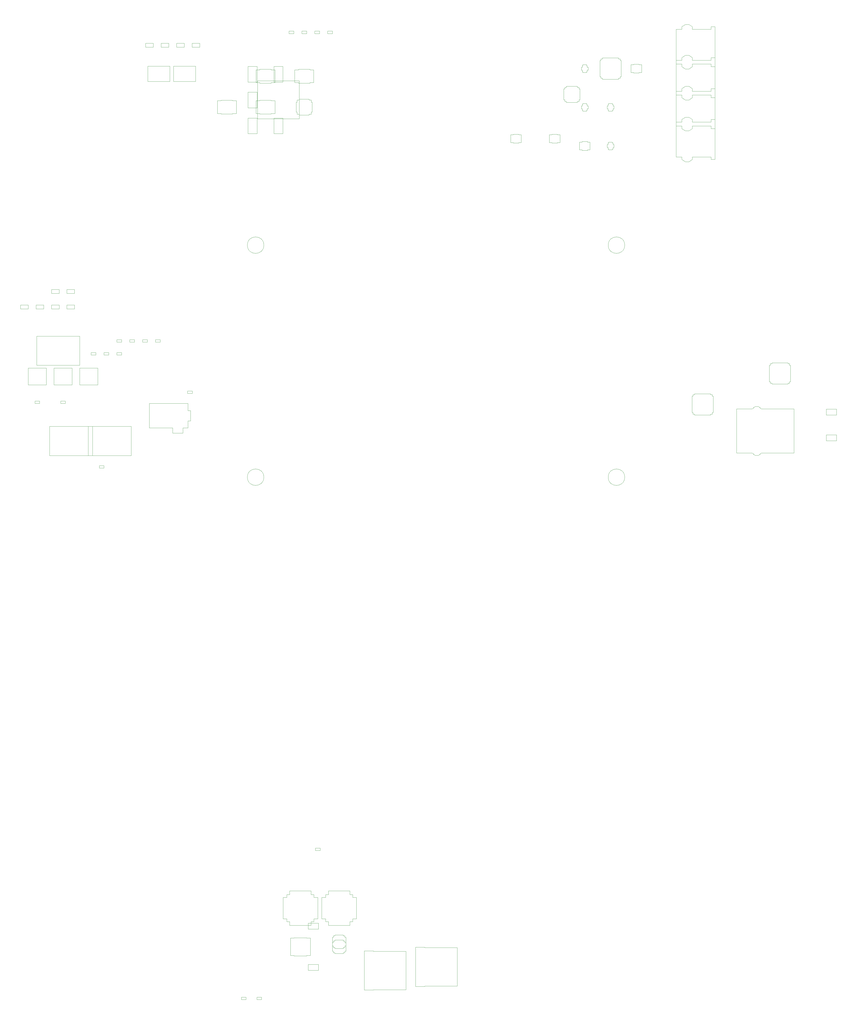
<source format=gbr>
%TF.GenerationSoftware,KiCad,Pcbnew,9.0.6*%
%TF.CreationDate,2025-12-01T13:51:19+09:00*%
%TF.ProjectId,fcBoard,6663426f-6172-4642-9e6b-696361645f70,0.2*%
%TF.SameCoordinates,Original*%
%TF.FileFunction,Other,User*%
%FSLAX46Y46*%
G04 Gerber Fmt 4.6, Leading zero omitted, Abs format (unit mm)*
G04 Created by KiCad (PCBNEW 9.0.6) date 2025-12-01 13:51:19*
%MOMM*%
%LPD*%
G01*
G04 APERTURE LIST*
%ADD10C,0.050000*%
G04 APERTURE END LIST*
D10*
%TO.C,D16*%
X31775000Y-128215000D02*
X34735000Y-128215000D01*
X31775000Y-129675000D02*
X31775000Y-128215000D01*
X34735000Y-128215000D02*
X34735000Y-129675000D01*
X34735000Y-129675000D02*
X31775000Y-129675000D01*
%TO.C,U42*%
X118520000Y-373760000D02*
X119920000Y-373760000D01*
X118520000Y-380520000D02*
X118520000Y-373760000D01*
X119920000Y-373640000D02*
X124820000Y-373640000D01*
X119920000Y-373760000D02*
X119920000Y-373640000D01*
X119920000Y-380520000D02*
X118520000Y-380520000D01*
X119920000Y-380640000D02*
X119920000Y-380520000D01*
X124820000Y-373640000D02*
X124820000Y-373760000D01*
X124820000Y-373760000D02*
X126220000Y-373760000D01*
X124820000Y-380520000D02*
X124820000Y-380640000D01*
X124820000Y-380640000D02*
X119920000Y-380640000D01*
X126220000Y-373760000D02*
X126220000Y-380520000D01*
X126220000Y-380520000D02*
X124820000Y-380520000D01*
%TO.C,J6*%
X291560000Y-168530000D02*
X297690000Y-168530000D01*
X291560000Y-185570000D02*
X291560000Y-168530000D01*
X291560000Y-185570000D02*
X297690000Y-185570000D01*
X298670000Y-167550000D02*
X297690000Y-168530000D01*
X298670000Y-186550000D02*
X297690000Y-185570000D01*
X298670000Y-186550000D02*
X300150000Y-186550000D01*
X300150000Y-167550000D02*
X298670000Y-167550000D01*
X300150000Y-167550000D02*
X301130000Y-168530000D01*
X300150000Y-186550000D02*
X301130000Y-185570000D01*
X301130000Y-168530000D02*
X313860000Y-168530000D01*
X301130000Y-185570000D02*
X313860000Y-185570000D01*
X313860000Y-185570000D02*
X313860000Y-168530000D01*
%TO.C,J7*%
X102055000Y-35675000D02*
X102055000Y-41765000D01*
X102055000Y-41765000D02*
X105595000Y-41765000D01*
X105595000Y-35675000D02*
X102055000Y-35675000D01*
X105595000Y-41765000D02*
X105595000Y-35675000D01*
%TO.C,U1*%
X224540000Y-44380000D02*
X224920000Y-44380000D01*
X224540000Y-48640000D02*
X224540000Y-44380000D01*
X224920000Y-43760000D02*
X225540000Y-43760000D01*
X224920000Y-44380000D02*
X224920000Y-43760000D01*
X224920000Y-48640000D02*
X224540000Y-48640000D01*
X224920000Y-49260000D02*
X224920000Y-48640000D01*
X225540000Y-43380000D02*
X229800000Y-43380000D01*
X225540000Y-43760000D02*
X225540000Y-43380000D01*
X225540000Y-49260000D02*
X224920000Y-49260000D01*
X225540000Y-49640000D02*
X225540000Y-49260000D01*
X229800000Y-43380000D02*
X229800000Y-43760000D01*
X229800000Y-43760000D02*
X230420000Y-43760000D01*
X229800000Y-49260000D02*
X229800000Y-49640000D01*
X229800000Y-49640000D02*
X225540000Y-49640000D01*
X230420000Y-43760000D02*
X230420000Y-44380000D01*
X230420000Y-44380000D02*
X230800000Y-44380000D01*
X230420000Y-48640000D02*
X230420000Y-49260000D01*
X230420000Y-49260000D02*
X229800000Y-49260000D01*
X230800000Y-44380000D02*
X230800000Y-48640000D01*
X230800000Y-48640000D02*
X230420000Y-48640000D01*
%TO.C,U43*%
X130670000Y-357990000D02*
X132120000Y-357990000D01*
X130670000Y-366290000D02*
X130670000Y-357990000D01*
X132120000Y-356890000D02*
X133220000Y-356890000D01*
X132120000Y-357990000D02*
X132120000Y-356890000D01*
X132120000Y-366290000D02*
X130670000Y-366290000D01*
X132120000Y-367390000D02*
X132120000Y-366290000D01*
X133220000Y-355440000D02*
X141520000Y-355440000D01*
X133220000Y-356890000D02*
X133220000Y-355440000D01*
X133220000Y-367390000D02*
X132120000Y-367390000D01*
X133220000Y-368840000D02*
X133220000Y-367390000D01*
X141520000Y-355440000D02*
X141520000Y-356890000D01*
X141520000Y-356890000D02*
X142620000Y-356890000D01*
X141520000Y-367390000D02*
X141520000Y-368840000D01*
X141520000Y-368840000D02*
X133220000Y-368840000D01*
X142620000Y-356890000D02*
X142620000Y-357990000D01*
X142620000Y-357990000D02*
X144070000Y-357990000D01*
X142620000Y-366290000D02*
X142620000Y-367390000D01*
X142620000Y-367390000D02*
X141520000Y-367390000D01*
X144070000Y-357990000D02*
X144070000Y-366290000D01*
X144070000Y-366290000D02*
X142620000Y-366290000D01*
%TO.C,Y10*%
X125370000Y-383990000D02*
X125370000Y-386290000D01*
X125370000Y-383990000D02*
X129370000Y-383990000D01*
X125370000Y-386290000D02*
X129370000Y-386290000D01*
X129370000Y-383990000D02*
X129370000Y-386290000D01*
%TO.C,Y9*%
X125370000Y-367990000D02*
X125370000Y-370290000D01*
X125370000Y-367990000D02*
X129370000Y-367990000D01*
X125370000Y-370290000D02*
X129370000Y-370290000D01*
X129370000Y-367990000D02*
X129370000Y-370290000D01*
%TO.C,U8*%
X250620000Y-35010000D02*
X251620000Y-35010000D01*
X250620000Y-38010000D02*
X250620000Y-35010000D01*
X251620000Y-34810000D02*
X253720000Y-34810000D01*
X251620000Y-35010000D02*
X251620000Y-34810000D01*
X251620000Y-38010000D02*
X250620000Y-38010000D01*
X251620000Y-38210000D02*
X251620000Y-38010000D01*
X253720000Y-34810000D02*
X253720000Y-35010000D01*
X253720000Y-35010000D02*
X254720000Y-35010000D01*
X253720000Y-38010000D02*
X253720000Y-38210000D01*
X253720000Y-38210000D02*
X251620000Y-38210000D01*
X254720000Y-35010000D02*
X254720000Y-38010000D01*
X254720000Y-38010000D02*
X253720000Y-38010000D01*
%TO.C,R4*%
X132895000Y-21975000D02*
X134755000Y-21975000D01*
X132895000Y-22915000D02*
X132895000Y-21975000D01*
X134755000Y-21975000D02*
X134755000Y-22915000D01*
X134755000Y-22915000D02*
X132895000Y-22915000D01*
%TO.C,Y2*%
X326400000Y-178590000D02*
X326400000Y-180890000D01*
X326400000Y-178590000D02*
X330400000Y-178590000D01*
X326400000Y-180890000D02*
X330400000Y-180890000D01*
X330400000Y-178590000D02*
X330400000Y-180890000D01*
%TO.C,R20*%
X46125000Y-146645000D02*
X47985000Y-146645000D01*
X46125000Y-147585000D02*
X46125000Y-146645000D01*
X47985000Y-146645000D02*
X47985000Y-147585000D01*
X47985000Y-147585000D02*
X46125000Y-147585000D01*
%TO.C,R3*%
X127895000Y-21975000D02*
X129755000Y-21975000D01*
X127895000Y-22915000D02*
X127895000Y-21975000D01*
X129755000Y-21975000D02*
X129755000Y-22915000D01*
X129755000Y-22915000D02*
X127895000Y-22915000D01*
%TO.C,R2*%
X122895000Y-21975000D02*
X124755000Y-21975000D01*
X122895000Y-22915000D02*
X122895000Y-21975000D01*
X124755000Y-21975000D02*
X124755000Y-22915000D01*
X124755000Y-22915000D02*
X122895000Y-22915000D01*
%TO.C,J16*%
X63770000Y-175900000D02*
X63770000Y-166400000D01*
X72770000Y-175900000D02*
X63770000Y-175900000D01*
X72770000Y-177900000D02*
X72770000Y-175900000D01*
X76770000Y-175900000D02*
X76770000Y-177900000D01*
X76770000Y-177900000D02*
X72770000Y-177900000D01*
X78770000Y-166400000D02*
X63770000Y-166400000D01*
X78770000Y-166650000D02*
X78770000Y-166400000D01*
X78770000Y-166650000D02*
X78770000Y-169150000D01*
X78770000Y-169150000D02*
X79770000Y-169150000D01*
X78770000Y-173150000D02*
X78770000Y-175900000D01*
X78770000Y-175900000D02*
X76770000Y-175900000D01*
X79770000Y-169150000D02*
X79770000Y-173150000D01*
X79770000Y-173150000D02*
X78770000Y-173150000D01*
%TO.C,U26*%
X20055000Y-140295000D02*
X36705000Y-140295000D01*
X36705000Y-151595000D01*
X20055000Y-151595000D01*
X20055000Y-140295000D01*
%TO.C,R1*%
X117895000Y-21975000D02*
X119755000Y-21975000D01*
X117895000Y-22915000D02*
X117895000Y-21975000D01*
X119755000Y-21975000D02*
X119755000Y-22915000D01*
X119755000Y-22915000D02*
X117895000Y-22915000D01*
%TO.C,Y1*%
X326400000Y-168590000D02*
X326400000Y-170890000D01*
X326400000Y-168590000D02*
X330400000Y-168590000D01*
X326400000Y-170890000D02*
X330400000Y-170890000D01*
X330400000Y-168590000D02*
X330400000Y-170890000D01*
%TO.C,J10*%
X112055000Y-35675000D02*
X112055000Y-41765000D01*
X112055000Y-41765000D02*
X115595000Y-41765000D01*
X115595000Y-35675000D02*
X112055000Y-35675000D01*
X115595000Y-41765000D02*
X115595000Y-35675000D01*
%TO.C,J12*%
X112055000Y-55675000D02*
X112055000Y-61765000D01*
X112055000Y-61765000D02*
X115595000Y-61765000D01*
X115595000Y-55675000D02*
X112055000Y-55675000D01*
X115595000Y-61765000D02*
X115595000Y-55675000D01*
%TO.C,L6*%
X36755000Y-152695000D02*
X36755000Y-159195000D01*
X36755000Y-159195000D02*
X43755000Y-159195000D01*
X43755000Y-152695000D02*
X36755000Y-152695000D01*
X43755000Y-159195000D02*
X43755000Y-152695000D01*
%TO.C,D12*%
X31775000Y-122215000D02*
X34735000Y-122215000D01*
X31775000Y-123675000D02*
X31775000Y-122215000D01*
X34735000Y-122215000D02*
X34735000Y-123675000D01*
X34735000Y-123675000D02*
X31775000Y-123675000D01*
%TO.C,U13*%
X105125000Y-36985000D02*
X106625000Y-36985000D01*
X105125000Y-41905000D02*
X105125000Y-36985000D01*
X106625000Y-36745000D02*
X111025000Y-36745000D01*
X106625000Y-36985000D02*
X106625000Y-36745000D01*
X106625000Y-41905000D02*
X105125000Y-41905000D01*
X106625000Y-42145000D02*
X106625000Y-41905000D01*
X111025000Y-36745000D02*
X111025000Y-36985000D01*
X111025000Y-36985000D02*
X112525000Y-36985000D01*
X111025000Y-41905000D02*
X111025000Y-42145000D01*
X111025000Y-42145000D02*
X106625000Y-42145000D01*
X112525000Y-36985000D02*
X112525000Y-41905000D01*
X112525000Y-41905000D02*
X111025000Y-41905000D01*
%TO.C,U9*%
X203952500Y-62180000D02*
X204952500Y-62180000D01*
X203952500Y-65180000D02*
X203952500Y-62180000D01*
X204952500Y-61980000D02*
X207052500Y-61980000D01*
X204952500Y-62180000D02*
X204952500Y-61980000D01*
X204952500Y-65180000D02*
X203952500Y-65180000D01*
X204952500Y-65380000D02*
X204952500Y-65180000D01*
X207052500Y-61980000D02*
X207052500Y-62180000D01*
X207052500Y-62180000D02*
X208052500Y-62180000D01*
X207052500Y-65180000D02*
X207052500Y-65380000D01*
X207052500Y-65380000D02*
X204952500Y-65380000D01*
X208052500Y-62180000D02*
X208052500Y-65180000D01*
X208052500Y-65180000D02*
X207052500Y-65180000D01*
%TO.C,L5*%
X26755000Y-152695000D02*
X26755000Y-159195000D01*
X26755000Y-159195000D02*
X33755000Y-159195000D01*
X33755000Y-152695000D02*
X26755000Y-152695000D01*
X33755000Y-159195000D02*
X33755000Y-152695000D01*
%TO.C,D11*%
X25775000Y-122215000D02*
X28735000Y-122215000D01*
X25775000Y-123675000D02*
X25775000Y-122215000D01*
X28735000Y-122215000D02*
X28735000Y-123675000D01*
X28735000Y-123675000D02*
X25775000Y-123675000D01*
%TO.C,J4*%
X268160000Y-57260000D02*
X268160000Y-70760000D01*
X270360000Y-57260000D02*
X268160000Y-57260000D01*
X270360000Y-57260000D02*
X270360000Y-56260000D01*
X270360000Y-70760000D02*
X268160000Y-70760000D01*
X270360000Y-70760000D02*
X270360000Y-71760000D01*
X271660000Y-55360000D02*
X270360000Y-56260000D01*
X271660000Y-55360000D02*
X273110000Y-55360000D01*
X271660000Y-72660000D02*
X270360000Y-71760000D01*
X273110000Y-55360000D02*
X274410000Y-56260000D01*
X273110000Y-72660000D02*
X271660000Y-72660000D01*
X273110000Y-72660000D02*
X274410000Y-71760000D01*
X274410000Y-57260000D02*
X274410000Y-56260000D01*
X274410000Y-70760000D02*
X274410000Y-71760000D01*
X274410000Y-70760000D02*
X281660000Y-70760000D01*
X281660000Y-56260000D02*
X281660000Y-57260000D01*
X281660000Y-57260000D02*
X274410000Y-57260000D01*
X281660000Y-70760000D02*
X281660000Y-71760000D01*
X281660000Y-71760000D02*
X283160000Y-71760000D01*
X283160000Y-56260000D02*
X281660000Y-56260000D01*
X283160000Y-71760000D02*
X283160000Y-56260000D01*
%TO.C,C37*%
X105460000Y-396680000D02*
X107280000Y-396680000D01*
X105460000Y-397600000D02*
X105460000Y-396680000D01*
X107280000Y-396680000D02*
X107280000Y-397600000D01*
X107280000Y-397600000D02*
X105460000Y-397600000D01*
%TO.C,C23*%
X44345000Y-190485000D02*
X46165000Y-190485000D01*
X44345000Y-191405000D02*
X44345000Y-190485000D01*
X46165000Y-190485000D02*
X46165000Y-191405000D01*
X46165000Y-191405000D02*
X44345000Y-191405000D01*
%TO.C,U28*%
X40055000Y-175295000D02*
X56705000Y-175295000D01*
X56705000Y-186595000D01*
X40055000Y-186595000D01*
X40055000Y-175295000D01*
%TO.C,MH2*%
X248200000Y-105000000D02*
G75*
G02*
X241800000Y-105000000I-3200000J0D01*
G01*
X241800000Y-105000000D02*
G75*
G02*
X248200000Y-105000000I3200000J0D01*
G01*
%TO.C,U11*%
X304270000Y-151610000D02*
X304650000Y-151610000D01*
X304270000Y-157870000D02*
X304270000Y-151610000D01*
X304650000Y-150990000D02*
X305270000Y-150990000D01*
X304650000Y-151610000D02*
X304650000Y-150990000D01*
X304650000Y-157870000D02*
X304270000Y-157870000D01*
X304650000Y-158490000D02*
X304650000Y-157870000D01*
X305270000Y-150610000D02*
X311530000Y-150610000D01*
X305270000Y-150990000D02*
X305270000Y-150610000D01*
X305270000Y-158490000D02*
X304650000Y-158490000D01*
X305270000Y-158870000D02*
X305270000Y-158490000D01*
X311530000Y-150610000D02*
X311530000Y-150990000D01*
X311530000Y-150990000D02*
X312150000Y-150990000D01*
X311530000Y-158490000D02*
X311530000Y-158870000D01*
X311530000Y-158870000D02*
X305270000Y-158870000D01*
X312150000Y-150990000D02*
X312150000Y-151610000D01*
X312150000Y-151610000D02*
X312530000Y-151610000D01*
X312150000Y-157870000D02*
X312150000Y-158490000D01*
X312150000Y-158490000D02*
X311530000Y-158490000D01*
X312530000Y-151610000D02*
X312530000Y-157870000D01*
X312530000Y-157870000D02*
X312150000Y-157870000D01*
%TO.C,R17*%
X61125000Y-141645000D02*
X62985000Y-141645000D01*
X61125000Y-142585000D02*
X61125000Y-141645000D01*
X62985000Y-141645000D02*
X62985000Y-142585000D01*
X62985000Y-142585000D02*
X61125000Y-142585000D01*
%TO.C,U17*%
X120725000Y-49565000D02*
X121075000Y-49565000D01*
X120725000Y-53325000D02*
X120725000Y-49565000D01*
X121075000Y-48695000D02*
X121945000Y-48695000D01*
X121075000Y-49565000D02*
X121075000Y-48695000D01*
X121075000Y-53325000D02*
X120725000Y-53325000D01*
X121075000Y-54195000D02*
X121075000Y-53325000D01*
X121945000Y-48345000D02*
X125705000Y-48345000D01*
X121945000Y-48695000D02*
X121945000Y-48345000D01*
X121945000Y-54195000D02*
X121075000Y-54195000D01*
X121945000Y-54545000D02*
X121945000Y-54195000D01*
X125705000Y-48345000D02*
X125705000Y-48695000D01*
X125705000Y-48695000D02*
X126575000Y-48695000D01*
X125705000Y-54195000D02*
X125705000Y-54545000D01*
X125705000Y-54545000D02*
X121945000Y-54545000D01*
X126575000Y-48695000D02*
X126575000Y-49565000D01*
X126575000Y-49565000D02*
X126925000Y-49565000D01*
X126575000Y-53325000D02*
X126575000Y-54195000D01*
X126575000Y-54195000D02*
X125705000Y-54195000D01*
X126925000Y-49565000D02*
X126925000Y-53325000D01*
X126925000Y-53325000D02*
X126575000Y-53325000D01*
%TO.C,R16*%
X56125000Y-141645000D02*
X57985000Y-141645000D01*
X56125000Y-142585000D02*
X56125000Y-141645000D01*
X57985000Y-141645000D02*
X57985000Y-142585000D01*
X57985000Y-142585000D02*
X56125000Y-142585000D01*
%TO.C,U7*%
X230620000Y-65010000D02*
X231620000Y-65010000D01*
X230620000Y-68010000D02*
X230620000Y-65010000D01*
X231620000Y-64810000D02*
X233720000Y-64810000D01*
X231620000Y-65010000D02*
X231620000Y-64810000D01*
X231620000Y-68010000D02*
X230620000Y-68010000D01*
X231620000Y-68210000D02*
X231620000Y-68010000D01*
X233720000Y-64810000D02*
X233720000Y-65010000D01*
X233720000Y-65010000D02*
X234720000Y-65010000D01*
X233720000Y-68010000D02*
X233720000Y-68210000D01*
X233720000Y-68210000D02*
X231620000Y-68210000D01*
X234720000Y-65010000D02*
X234720000Y-68010000D01*
X234720000Y-68010000D02*
X233720000Y-68010000D01*
%TO.C,D3*%
X74345000Y-26715000D02*
X77305000Y-26715000D01*
X74345000Y-28175000D02*
X74345000Y-26715000D01*
X77305000Y-26715000D02*
X77305000Y-28175000D01*
X77305000Y-28175000D02*
X74345000Y-28175000D01*
%TO.C,U12*%
X274270000Y-163610000D02*
X274650000Y-163610000D01*
X274270000Y-169870000D02*
X274270000Y-163610000D01*
X274650000Y-162990000D02*
X275270000Y-162990000D01*
X274650000Y-163610000D02*
X274650000Y-162990000D01*
X274650000Y-169870000D02*
X274270000Y-169870000D01*
X274650000Y-170490000D02*
X274650000Y-169870000D01*
X275270000Y-162610000D02*
X281530000Y-162610000D01*
X275270000Y-162990000D02*
X275270000Y-162610000D01*
X275270000Y-170490000D02*
X274650000Y-170490000D01*
X275270000Y-170870000D02*
X275270000Y-170490000D01*
X281530000Y-162610000D02*
X281530000Y-162990000D01*
X281530000Y-162990000D02*
X282150000Y-162990000D01*
X281530000Y-170490000D02*
X281530000Y-170870000D01*
X281530000Y-170870000D02*
X275270000Y-170870000D01*
X282150000Y-162990000D02*
X282150000Y-163610000D01*
X282150000Y-163610000D02*
X282530000Y-163610000D01*
X282150000Y-169870000D02*
X282150000Y-170490000D01*
X282150000Y-170490000D02*
X281530000Y-170490000D01*
X282530000Y-163610000D02*
X282530000Y-169870000D01*
X282530000Y-169870000D02*
X282150000Y-169870000D01*
%TO.C,R18*%
X66125000Y-141645000D02*
X67985000Y-141645000D01*
X66125000Y-142585000D02*
X66125000Y-141645000D01*
X67985000Y-141645000D02*
X67985000Y-142585000D01*
X67985000Y-142585000D02*
X66125000Y-142585000D01*
%TO.C,J3*%
X268160000Y-45260000D02*
X268160000Y-58760000D01*
X270360000Y-45260000D02*
X268160000Y-45260000D01*
X270360000Y-45260000D02*
X270360000Y-44260000D01*
X270360000Y-58760000D02*
X268160000Y-58760000D01*
X270360000Y-58760000D02*
X270360000Y-59760000D01*
X271660000Y-43360000D02*
X270360000Y-44260000D01*
X271660000Y-43360000D02*
X273110000Y-43360000D01*
X271660000Y-60660000D02*
X270360000Y-59760000D01*
X273110000Y-43360000D02*
X274410000Y-44260000D01*
X273110000Y-60660000D02*
X271660000Y-60660000D01*
X273110000Y-60660000D02*
X274410000Y-59760000D01*
X274410000Y-45260000D02*
X274410000Y-44260000D01*
X274410000Y-58760000D02*
X274410000Y-59760000D01*
X274410000Y-58760000D02*
X281660000Y-58760000D01*
X281660000Y-44260000D02*
X281660000Y-45260000D01*
X281660000Y-45260000D02*
X274410000Y-45260000D01*
X281660000Y-58760000D02*
X281660000Y-59760000D01*
X281660000Y-59760000D02*
X283160000Y-59760000D01*
X283160000Y-44260000D02*
X281660000Y-44260000D01*
X283160000Y-59760000D02*
X283160000Y-44260000D01*
%TO.C,J11*%
X105745000Y-41245000D02*
X105745000Y-55945000D01*
X121905000Y-41245000D02*
X105745000Y-41245000D01*
X121905000Y-41245000D02*
X121905000Y-55945000D01*
X121905000Y-55945000D02*
X105745000Y-55945000D01*
%TO.C,SW2*%
X73180000Y-35530000D02*
X81680000Y-35530000D01*
X73180000Y-41530000D02*
X73180000Y-35530000D01*
X81680000Y-35530000D02*
X81680000Y-41530000D01*
X81680000Y-41530000D02*
X73180000Y-41530000D01*
%TO.C,D4*%
X80345000Y-26715000D02*
X83305000Y-26715000D01*
X80345000Y-28175000D02*
X80345000Y-26715000D01*
X83305000Y-26715000D02*
X83305000Y-28175000D01*
X83305000Y-28175000D02*
X80345000Y-28175000D01*
%TO.C,U5*%
X231370000Y-35960000D02*
X231720000Y-35960000D01*
X231370000Y-37060000D02*
X231370000Y-35960000D01*
X231720000Y-35360000D02*
X231920000Y-35360000D01*
X231720000Y-35960000D02*
X231720000Y-35360000D01*
X231720000Y-37060000D02*
X231370000Y-37060000D01*
X231720000Y-37660000D02*
X231720000Y-37060000D01*
X231920000Y-35010000D02*
X233420000Y-35010000D01*
X231920000Y-35360000D02*
X231920000Y-35010000D01*
X231920000Y-37660000D02*
X231720000Y-37660000D01*
X231920000Y-38010000D02*
X231920000Y-37660000D01*
X233420000Y-35010000D02*
X233420000Y-35360000D01*
X233420000Y-35360000D02*
X233620000Y-35360000D01*
X233420000Y-37660000D02*
X233420000Y-38010000D01*
X233420000Y-38010000D02*
X231920000Y-38010000D01*
X233620000Y-35360000D02*
X233620000Y-35960000D01*
X233620000Y-35960000D02*
X233970000Y-35960000D01*
X233620000Y-37060000D02*
X233620000Y-37660000D01*
X233620000Y-37660000D02*
X233420000Y-37660000D01*
X233970000Y-35960000D02*
X233970000Y-37060000D01*
X233970000Y-37060000D02*
X233620000Y-37060000D01*
%TO.C,U2*%
X238540000Y-33380000D02*
X238920000Y-33380000D01*
X238540000Y-39640000D02*
X238540000Y-33380000D01*
X238920000Y-32760000D02*
X239540000Y-32760000D01*
X238920000Y-33380000D02*
X238920000Y-32760000D01*
X238920000Y-39640000D02*
X238540000Y-39640000D01*
X238920000Y-40260000D02*
X238920000Y-39640000D01*
X239540000Y-32380000D02*
X245800000Y-32380000D01*
X239540000Y-32760000D02*
X239540000Y-32380000D01*
X239540000Y-40260000D02*
X238920000Y-40260000D01*
X239540000Y-40640000D02*
X239540000Y-40260000D01*
X245800000Y-32380000D02*
X245800000Y-32760000D01*
X245800000Y-32760000D02*
X246420000Y-32760000D01*
X245800000Y-40260000D02*
X245800000Y-40640000D01*
X245800000Y-40640000D02*
X239540000Y-40640000D01*
X246420000Y-32760000D02*
X246420000Y-33380000D01*
X246420000Y-33380000D02*
X246800000Y-33380000D01*
X246420000Y-39640000D02*
X246420000Y-40260000D01*
X246420000Y-40260000D02*
X245800000Y-40260000D01*
X246800000Y-33380000D02*
X246800000Y-39640000D01*
X246800000Y-39640000D02*
X246420000Y-39640000D01*
%TO.C,U4*%
X241370000Y-65960000D02*
X241720000Y-65960000D01*
X241370000Y-67060000D02*
X241370000Y-65960000D01*
X241720000Y-65360000D02*
X241920000Y-65360000D01*
X241720000Y-65960000D02*
X241720000Y-65360000D01*
X241720000Y-67060000D02*
X241370000Y-67060000D01*
X241720000Y-67660000D02*
X241720000Y-67060000D01*
X241920000Y-65010000D02*
X243420000Y-65010000D01*
X241920000Y-65360000D02*
X241920000Y-65010000D01*
X241920000Y-67660000D02*
X241720000Y-67660000D01*
X241920000Y-68010000D02*
X241920000Y-67660000D01*
X243420000Y-65010000D02*
X243420000Y-65360000D01*
X243420000Y-65360000D02*
X243620000Y-65360000D01*
X243420000Y-67660000D02*
X243420000Y-68010000D01*
X243420000Y-68010000D02*
X241920000Y-68010000D01*
X243620000Y-65360000D02*
X243620000Y-65960000D01*
X243620000Y-65960000D02*
X243970000Y-65960000D01*
X243620000Y-67060000D02*
X243620000Y-67660000D01*
X243620000Y-67660000D02*
X243420000Y-67660000D01*
X243970000Y-65960000D02*
X243970000Y-67060000D01*
X243970000Y-67060000D02*
X243620000Y-67060000D01*
%TO.C,U10*%
X218952500Y-62180000D02*
X219952500Y-62180000D01*
X218952500Y-65180000D02*
X218952500Y-62180000D01*
X219952500Y-61980000D02*
X222052500Y-61980000D01*
X219952500Y-62180000D02*
X219952500Y-61980000D01*
X219952500Y-65180000D02*
X218952500Y-65180000D01*
X219952500Y-65380000D02*
X219952500Y-65180000D01*
X222052500Y-61980000D02*
X222052500Y-62180000D01*
X222052500Y-62180000D02*
X223052500Y-62180000D01*
X222052500Y-65180000D02*
X222052500Y-65380000D01*
X222052500Y-65380000D02*
X219952500Y-65380000D01*
X223052500Y-62180000D02*
X223052500Y-65180000D01*
X223052500Y-65180000D02*
X222052500Y-65180000D01*
%TO.C,R15*%
X51125000Y-141645000D02*
X52985000Y-141645000D01*
X51125000Y-142585000D02*
X51125000Y-141645000D01*
X52985000Y-141645000D02*
X52985000Y-142585000D01*
X52985000Y-142585000D02*
X51125000Y-142585000D01*
%TO.C,J2*%
X268160000Y-33260000D02*
X268160000Y-46760000D01*
X270360000Y-33260000D02*
X268160000Y-33260000D01*
X270360000Y-33260000D02*
X270360000Y-32260000D01*
X270360000Y-46760000D02*
X268160000Y-46760000D01*
X270360000Y-46760000D02*
X270360000Y-47760000D01*
X271660000Y-31360000D02*
X270360000Y-32260000D01*
X271660000Y-31360000D02*
X273110000Y-31360000D01*
X271660000Y-48660000D02*
X270360000Y-47760000D01*
X273110000Y-31360000D02*
X274410000Y-32260000D01*
X273110000Y-48660000D02*
X271660000Y-48660000D01*
X273110000Y-48660000D02*
X274410000Y-47760000D01*
X274410000Y-33260000D02*
X274410000Y-32260000D01*
X274410000Y-46760000D02*
X274410000Y-47760000D01*
X274410000Y-46760000D02*
X281660000Y-46760000D01*
X281660000Y-32260000D02*
X281660000Y-33260000D01*
X281660000Y-33260000D02*
X274410000Y-33260000D01*
X281660000Y-46760000D02*
X281660000Y-47760000D01*
X281660000Y-47760000D02*
X283160000Y-47760000D01*
X283160000Y-32260000D02*
X281660000Y-32260000D01*
X283160000Y-47760000D02*
X283160000Y-32260000D01*
%TO.C,R21*%
X51125000Y-146645000D02*
X52985000Y-146645000D01*
X51125000Y-147585000D02*
X51125000Y-146645000D01*
X52985000Y-146645000D02*
X52985000Y-147585000D01*
X52985000Y-147585000D02*
X51125000Y-147585000D01*
%TO.C,J1*%
X268160000Y-21260000D02*
X268160000Y-34760000D01*
X270360000Y-21260000D02*
X268160000Y-21260000D01*
X270360000Y-21260000D02*
X270360000Y-20260000D01*
X270360000Y-34760000D02*
X268160000Y-34760000D01*
X270360000Y-34760000D02*
X270360000Y-35760000D01*
X271660000Y-19360000D02*
X270360000Y-20260000D01*
X271660000Y-19360000D02*
X273110000Y-19360000D01*
X271660000Y-36660000D02*
X270360000Y-35760000D01*
X273110000Y-19360000D02*
X274410000Y-20260000D01*
X273110000Y-36660000D02*
X271660000Y-36660000D01*
X273110000Y-36660000D02*
X274410000Y-35760000D01*
X274410000Y-21260000D02*
X274410000Y-20260000D01*
X274410000Y-34760000D02*
X274410000Y-35760000D01*
X274410000Y-34760000D02*
X281660000Y-34760000D01*
X281660000Y-20260000D02*
X281660000Y-21260000D01*
X281660000Y-21260000D02*
X274410000Y-21260000D01*
X281660000Y-34760000D02*
X281660000Y-35760000D01*
X281660000Y-35760000D02*
X283160000Y-35760000D01*
X283160000Y-20260000D02*
X281660000Y-20260000D01*
X283160000Y-35760000D02*
X283160000Y-20260000D01*
%TO.C,D14*%
X19775000Y-128215000D02*
X22735000Y-128215000D01*
X19775000Y-129675000D02*
X19775000Y-128215000D01*
X22735000Y-128215000D02*
X22735000Y-129675000D01*
X22735000Y-129675000D02*
X19775000Y-129675000D01*
%TO.C,D13*%
X13775000Y-128215000D02*
X16735000Y-128215000D01*
X13775000Y-129675000D02*
X13775000Y-128215000D01*
X16735000Y-128215000D02*
X16735000Y-129675000D01*
X16735000Y-129675000D02*
X13775000Y-129675000D01*
%TO.C,C20*%
X19345000Y-165485000D02*
X21165000Y-165485000D01*
X19345000Y-166405000D02*
X19345000Y-165485000D01*
X21165000Y-165485000D02*
X21165000Y-166405000D01*
X21165000Y-166405000D02*
X19345000Y-166405000D01*
%TO.C,U14*%
X120125000Y-36985000D02*
X121625000Y-36985000D01*
X120125000Y-41905000D02*
X120125000Y-36985000D01*
X121625000Y-36745000D02*
X126025000Y-36745000D01*
X121625000Y-36985000D02*
X121625000Y-36745000D01*
X121625000Y-41905000D02*
X120125000Y-41905000D01*
X121625000Y-42145000D02*
X121625000Y-41905000D01*
X126025000Y-36745000D02*
X126025000Y-36985000D01*
X126025000Y-36985000D02*
X127525000Y-36985000D01*
X126025000Y-41905000D02*
X126025000Y-42145000D01*
X126025000Y-42145000D02*
X121625000Y-42145000D01*
X127525000Y-36985000D02*
X127525000Y-41905000D01*
X127525000Y-41905000D02*
X126025000Y-41905000D01*
%TO.C,U44*%
X134740000Y-375510000D02*
X135120000Y-375510000D01*
X134740000Y-378770000D02*
X134740000Y-375510000D01*
X135120000Y-374890000D02*
X135740000Y-374890000D01*
X135120000Y-375510000D02*
X135120000Y-374890000D01*
X135120000Y-378770000D02*
X134740000Y-378770000D01*
X135120000Y-379390000D02*
X135120000Y-378770000D01*
X135740000Y-374510000D02*
X139000000Y-374510000D01*
X135740000Y-374890000D02*
X135740000Y-374510000D01*
X135740000Y-379390000D02*
X135120000Y-379390000D01*
X135740000Y-379770000D02*
X135740000Y-379390000D01*
X139000000Y-374510000D02*
X139000000Y-374890000D01*
X139000000Y-374890000D02*
X139620000Y-374890000D01*
X139000000Y-379390000D02*
X139000000Y-379770000D01*
X139000000Y-379770000D02*
X135740000Y-379770000D01*
X139620000Y-374890000D02*
X139620000Y-375510000D01*
X139620000Y-375510000D02*
X140000000Y-375510000D01*
X139620000Y-378770000D02*
X139620000Y-379390000D01*
X139620000Y-379390000D02*
X139000000Y-379390000D01*
X140000000Y-375510000D02*
X140000000Y-378770000D01*
X140000000Y-378770000D02*
X139620000Y-378770000D01*
%TO.C,J9*%
X102055000Y-55675000D02*
X102055000Y-61765000D01*
X102055000Y-61765000D02*
X105595000Y-61765000D01*
X105595000Y-55675000D02*
X102055000Y-55675000D01*
X105595000Y-61765000D02*
X105595000Y-55675000D01*
%TO.C,U27*%
X25055000Y-175295000D02*
X41705000Y-175295000D01*
X41705000Y-186595000D01*
X25055000Y-186595000D01*
X25055000Y-175295000D01*
%TO.C,D2*%
X68345000Y-26715000D02*
X71305000Y-26715000D01*
X68345000Y-28175000D02*
X68345000Y-26715000D01*
X71305000Y-26715000D02*
X71305000Y-28175000D01*
X71305000Y-28175000D02*
X68345000Y-28175000D01*
%TO.C,SW1*%
X63180000Y-35530000D02*
X71680000Y-35530000D01*
X63180000Y-41530000D02*
X63180000Y-35530000D01*
X71680000Y-35530000D02*
X71680000Y-41530000D01*
X71680000Y-41530000D02*
X63180000Y-41530000D01*
%TO.C,U45*%
X134740000Y-373510000D02*
X135120000Y-373510000D01*
X134740000Y-376770000D02*
X134740000Y-373510000D01*
X135120000Y-372890000D02*
X135740000Y-372890000D01*
X135120000Y-373510000D02*
X135120000Y-372890000D01*
X135120000Y-376770000D02*
X134740000Y-376770000D01*
X135120000Y-377390000D02*
X135120000Y-376770000D01*
X135740000Y-372510000D02*
X139000000Y-372510000D01*
X135740000Y-372890000D02*
X135740000Y-372510000D01*
X135740000Y-377390000D02*
X135120000Y-377390000D01*
X135740000Y-377770000D02*
X135740000Y-377390000D01*
X139000000Y-372510000D02*
X139000000Y-372890000D01*
X139000000Y-372890000D02*
X139620000Y-372890000D01*
X139000000Y-377390000D02*
X139000000Y-377770000D01*
X139000000Y-377770000D02*
X135740000Y-377770000D01*
X139620000Y-372890000D02*
X139620000Y-373510000D01*
X139620000Y-373510000D02*
X140000000Y-373510000D01*
X139620000Y-376770000D02*
X139620000Y-377390000D01*
X139620000Y-377390000D02*
X139000000Y-377390000D01*
X140000000Y-373510000D02*
X140000000Y-376770000D01*
X140000000Y-376770000D02*
X139620000Y-376770000D01*
%TO.C,U41*%
X115670000Y-357990000D02*
X117120000Y-357990000D01*
X115670000Y-366290000D02*
X115670000Y-357990000D01*
X117120000Y-356890000D02*
X118220000Y-356890000D01*
X117120000Y-357990000D02*
X117120000Y-356890000D01*
X117120000Y-366290000D02*
X115670000Y-366290000D01*
X117120000Y-367390000D02*
X117120000Y-366290000D01*
X118220000Y-355440000D02*
X126520000Y-355440000D01*
X118220000Y-356890000D02*
X118220000Y-355440000D01*
X118220000Y-367390000D02*
X117120000Y-367390000D01*
X118220000Y-368840000D02*
X118220000Y-367390000D01*
X126520000Y-355440000D02*
X126520000Y-356890000D01*
X126520000Y-356890000D02*
X127620000Y-356890000D01*
X126520000Y-367390000D02*
X126520000Y-368840000D01*
X126520000Y-368840000D02*
X118220000Y-368840000D01*
X127620000Y-356890000D02*
X127620000Y-357990000D01*
X127620000Y-357990000D02*
X129070000Y-357990000D01*
X127620000Y-366290000D02*
X127620000Y-367390000D01*
X127620000Y-367390000D02*
X126520000Y-367390000D01*
X129070000Y-357990000D02*
X129070000Y-366290000D01*
X129070000Y-366290000D02*
X127620000Y-366290000D01*
%TO.C,R24*%
X128200000Y-338820000D02*
X130060000Y-338820000D01*
X128200000Y-339760000D02*
X128200000Y-338820000D01*
X130060000Y-338820000D02*
X130060000Y-339760000D01*
X130060000Y-339760000D02*
X128200000Y-339760000D01*
%TO.C,MH1*%
X108200000Y-105000000D02*
G75*
G02*
X101800000Y-105000000I-3200000J0D01*
G01*
X101800000Y-105000000D02*
G75*
G02*
X108200000Y-105000000I3200000J0D01*
G01*
%TO.C,R19*%
X41125000Y-146645000D02*
X42985000Y-146645000D01*
X41125000Y-147585000D02*
X41125000Y-146645000D01*
X42985000Y-146645000D02*
X42985000Y-147585000D01*
X42985000Y-147585000D02*
X41125000Y-147585000D01*
%TO.C,U15*%
X90125000Y-48985000D02*
X91625000Y-48985000D01*
X90125000Y-53905000D02*
X90125000Y-48985000D01*
X91625000Y-48745000D02*
X96025000Y-48745000D01*
X91625000Y-48985000D02*
X91625000Y-48745000D01*
X91625000Y-53905000D02*
X90125000Y-53905000D01*
X91625000Y-54145000D02*
X91625000Y-53905000D01*
X96025000Y-48745000D02*
X96025000Y-48985000D01*
X96025000Y-48985000D02*
X97525000Y-48985000D01*
X96025000Y-53905000D02*
X96025000Y-54145000D01*
X96025000Y-54145000D02*
X91625000Y-54145000D01*
X97525000Y-48985000D02*
X97525000Y-53905000D01*
X97525000Y-53905000D02*
X96025000Y-53905000D01*
%TO.C,J23*%
X167020000Y-377320000D02*
X167020000Y-392480000D01*
X170620000Y-377320000D02*
X167020000Y-377320000D01*
X170620000Y-377450000D02*
X170620000Y-377320000D01*
X170620000Y-392350000D02*
X170620000Y-392480000D01*
X170620000Y-392480000D02*
X167020000Y-392480000D01*
X183220000Y-377450000D02*
X170620000Y-377450000D01*
X183220000Y-392350000D02*
X170620000Y-392350000D01*
X183220000Y-392350000D02*
X183220000Y-377450000D01*
%TO.C,U6*%
X231370000Y-50960000D02*
X231720000Y-50960000D01*
X231370000Y-52060000D02*
X231370000Y-50960000D01*
X231720000Y-50360000D02*
X231920000Y-50360000D01*
X231720000Y-50960000D02*
X231720000Y-50360000D01*
X231720000Y-52060000D02*
X231370000Y-52060000D01*
X231720000Y-52660000D02*
X231720000Y-52060000D01*
X231920000Y-50010000D02*
X233420000Y-50010000D01*
X231920000Y-50360000D02*
X231920000Y-50010000D01*
X231920000Y-52660000D02*
X231720000Y-52660000D01*
X231920000Y-53010000D02*
X231920000Y-52660000D01*
X233420000Y-50010000D02*
X233420000Y-50360000D01*
X233420000Y-50360000D02*
X233620000Y-50360000D01*
X233420000Y-52660000D02*
X233420000Y-53010000D01*
X233420000Y-53010000D02*
X231920000Y-53010000D01*
X233620000Y-50360000D02*
X233620000Y-50960000D01*
X233620000Y-50960000D02*
X233970000Y-50960000D01*
X233620000Y-52060000D02*
X233620000Y-52660000D01*
X233620000Y-52660000D02*
X233420000Y-52660000D01*
X233970000Y-50960000D02*
X233970000Y-52060000D01*
X233970000Y-52060000D02*
X233620000Y-52060000D01*
%TO.C,C22*%
X78600000Y-161550000D02*
X80420000Y-161550000D01*
X78600000Y-162470000D02*
X78600000Y-161550000D01*
X80420000Y-161550000D02*
X80420000Y-162470000D01*
X80420000Y-162470000D02*
X78600000Y-162470000D01*
%TO.C,J8*%
X102055000Y-45675000D02*
X102055000Y-51765000D01*
X102055000Y-51765000D02*
X105595000Y-51765000D01*
X105595000Y-45675000D02*
X102055000Y-45675000D01*
X105595000Y-51765000D02*
X105595000Y-45675000D01*
%TO.C,D15*%
X25775000Y-128215000D02*
X28735000Y-128215000D01*
X25775000Y-129675000D02*
X25775000Y-128215000D01*
X28735000Y-128215000D02*
X28735000Y-129675000D01*
X28735000Y-129675000D02*
X25775000Y-129675000D01*
%TO.C,U16*%
X105125000Y-48985000D02*
X106625000Y-48985000D01*
X105125000Y-53905000D02*
X105125000Y-48985000D01*
X106625000Y-48745000D02*
X111025000Y-48745000D01*
X106625000Y-48985000D02*
X106625000Y-48745000D01*
X106625000Y-53905000D02*
X105125000Y-53905000D01*
X106625000Y-54145000D02*
X106625000Y-53905000D01*
X111025000Y-48745000D02*
X111025000Y-48985000D01*
X111025000Y-48985000D02*
X112525000Y-48985000D01*
X111025000Y-53905000D02*
X111025000Y-54145000D01*
X111025000Y-54145000D02*
X106625000Y-54145000D01*
X112525000Y-48985000D02*
X112525000Y-53905000D01*
X112525000Y-53905000D02*
X111025000Y-53905000D01*
%TO.C,C36*%
X99460000Y-396680000D02*
X101280000Y-396680000D01*
X99460000Y-397600000D02*
X99460000Y-396680000D01*
X101280000Y-396680000D02*
X101280000Y-397600000D01*
X101280000Y-397600000D02*
X99460000Y-397600000D01*
%TO.C,MH4*%
X248200000Y-195000000D02*
G75*
G02*
X241800000Y-195000000I-3200000J0D01*
G01*
X241800000Y-195000000D02*
G75*
G02*
X248200000Y-195000000I3200000J0D01*
G01*
%TO.C,U3*%
X241370000Y-50960000D02*
X241720000Y-50960000D01*
X241370000Y-52060000D02*
X241370000Y-50960000D01*
X241720000Y-50360000D02*
X241920000Y-50360000D01*
X241720000Y-50960000D02*
X241720000Y-50360000D01*
X241720000Y-52060000D02*
X241370000Y-52060000D01*
X241720000Y-52660000D02*
X241720000Y-52060000D01*
X241920000Y-50010000D02*
X243420000Y-50010000D01*
X241920000Y-50360000D02*
X241920000Y-50010000D01*
X241920000Y-52660000D02*
X241720000Y-52660000D01*
X241920000Y-53010000D02*
X241920000Y-52660000D01*
X243420000Y-50010000D02*
X243420000Y-50360000D01*
X243420000Y-50360000D02*
X243620000Y-50360000D01*
X243420000Y-52660000D02*
X243420000Y-53010000D01*
X243420000Y-53010000D02*
X241920000Y-53010000D01*
X243620000Y-50360000D02*
X243620000Y-50960000D01*
X243620000Y-50960000D02*
X243970000Y-50960000D01*
X243620000Y-52060000D02*
X243620000Y-52660000D01*
X243620000Y-52660000D02*
X243420000Y-52660000D01*
X243970000Y-50960000D02*
X243970000Y-52060000D01*
X243970000Y-52060000D02*
X243620000Y-52060000D01*
%TO.C,D1*%
X62345000Y-26715000D02*
X65305000Y-26715000D01*
X62345000Y-28175000D02*
X62345000Y-26715000D01*
X65305000Y-26715000D02*
X65305000Y-28175000D01*
X65305000Y-28175000D02*
X62345000Y-28175000D01*
%TO.C,J24*%
X147100000Y-378735000D02*
X147100000Y-393895000D01*
X150700000Y-378735000D02*
X147100000Y-378735000D01*
X150700000Y-378865000D02*
X150700000Y-378735000D01*
X150700000Y-393765000D02*
X150700000Y-393895000D01*
X150700000Y-393895000D02*
X147100000Y-393895000D01*
X163300000Y-378865000D02*
X150700000Y-378865000D01*
X163300000Y-393765000D02*
X150700000Y-393765000D01*
X163300000Y-393765000D02*
X163300000Y-378865000D01*
%TO.C,MH3*%
X108200000Y-195000000D02*
G75*
G02*
X101800000Y-195000000I-3200000J0D01*
G01*
X101800000Y-195000000D02*
G75*
G02*
X108200000Y-195000000I3200000J0D01*
G01*
%TO.C,C21*%
X29345000Y-165485000D02*
X31165000Y-165485000D01*
X29345000Y-166405000D02*
X29345000Y-165485000D01*
X31165000Y-165485000D02*
X31165000Y-166405000D01*
X31165000Y-166405000D02*
X29345000Y-166405000D01*
%TO.C,L4*%
X16755000Y-152695000D02*
X16755000Y-159195000D01*
X16755000Y-159195000D02*
X23755000Y-159195000D01*
X23755000Y-152695000D02*
X16755000Y-152695000D01*
X23755000Y-159195000D02*
X23755000Y-152695000D01*
%TD*%
M02*

</source>
